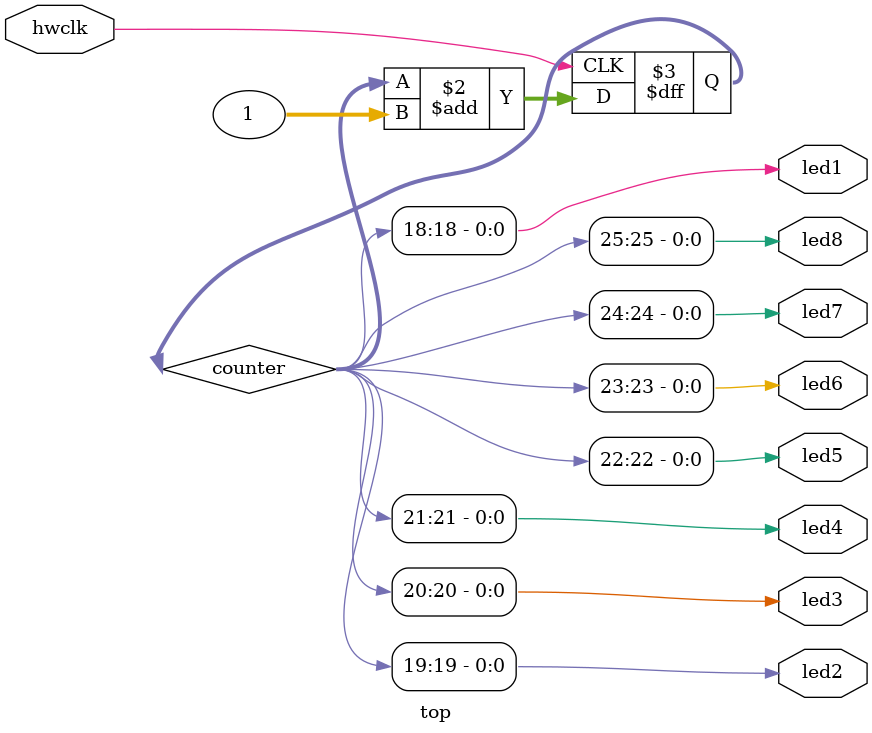
<source format=sv>
module top #(parameter N = 32)(
	input  logic         hwclk,
	output logic         led1,
	output logic         led2,
	output logic         led3,
	output logic         led4,
	output logic         led5,
	output logic         led6,
	output logic         led7,
	output logic         led8
);

logic [N - 1 : 0] counter;

assign led1 = counter[18];
assign led2 = counter[19];
assign led3 = counter[20];
assign led4 = counter[21];
assign led5 = counter[22];
assign led6 = counter[23];
assign led7 = counter[24];
assign led8 = counter[25];

// rising edge triggered ff with async reset
always_ff @(posedge hwclk)
	counter <= counter + 1;

endmodule

</source>
